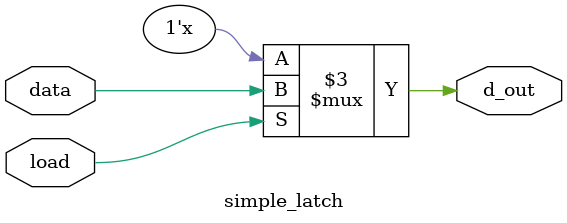
<source format=v>
`timescale 1ns / 1ps
module simple_latch(
    input data,
    input load,
    output reg d_out
);

always @(*)
begin
    if (load)
        d_out = data;
	 else
        d_out = d_out;
   
end

endmodule

</source>
